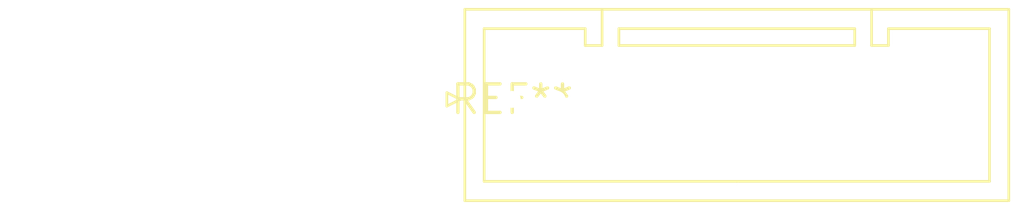
<source format=kicad_pcb>
(kicad_pcb (version 20240108) (generator pcbnew)
  (layers (0 "F.Cu" signal) (31 "B.Cu" signal) (34 "B.Paste" user) (35 "F.Paste" user) (36 "B.SilkS" user "B.Silkscreen") (37 "F.SilkS" user "F.Silkscreen") (38 "B.Mask" user) (39 "F.Mask" user) (44 "Edge.Cuts" user))
  (net 0 "")
  (footprint "JST_PUD_B22B-PUDSS_2x11_P2.00mm_Vertical" (layer "F.Cu") (at 0 0)
    (property "Reference" "REF**")
    (property "Value" "JST_PUD_B22B-PUDSS_2x11_P2.00mm_Vertical")
    (fp_line (start -2.91 -0.3) (end -2.31 0) (layer "F.SilkS") (stroke (width 0.12)))
    (fp_line (start -2.91 0.3) (end -2.91 -0.3) (layer "F.SilkS") (stroke (width 0.12)))
    (fp_line (start -2.31 0) (end -2.91 0.3) (layer "F.SilkS") (stroke (width 0.12)))
    (fp_line (start -2.11 -4.01) (end -2.11 4.51) (layer "F.SilkS") (stroke (width 0.12)))
    (fp_line (start -2.11 4.51) (end 22.11 4.51) (layer "F.SilkS") (stroke (width 0.12)))
    (fp_line (start -1.25 -3.15) (end -1.25 3.65) (layer "F.SilkS") (stroke (width 0.12)))
    (fp_line (start -1.25 3.65) (end 10 3.65) (layer "F.SilkS") (stroke (width 0.12)))
    (fp_line (start 3.25 -3.15) (end -1.25 -3.15) (layer "F.SilkS") (stroke (width 0.12)))
    (fp_line (start 3.25 -2.4) (end 3.25 -3.15) (layer "F.SilkS") (stroke (width 0.12)))
    (fp_line (start 4 -4.01) (end 4 -2.4) (layer "F.SilkS") (stroke (width 0.12)))
    (fp_line (start 4 -2.4) (end 3.25 -2.4) (layer "F.SilkS") (stroke (width 0.12)))
    (fp_line (start 4.75 -3.15) (end 4.75 -2.4) (layer "F.SilkS") (stroke (width 0.12)))
    (fp_line (start 4.75 -2.4) (end 15.25 -2.4) (layer "F.SilkS") (stroke (width 0.12)))
    (fp_line (start 15.25 -3.15) (end 4.75 -3.15) (layer "F.SilkS") (stroke (width 0.12)))
    (fp_line (start 15.25 -2.4) (end 15.25 -3.15) (layer "F.SilkS") (stroke (width 0.12)))
    (fp_line (start 16 -4.01) (end 16 -2.4) (layer "F.SilkS") (stroke (width 0.12)))
    (fp_line (start 16 -2.4) (end 16.75 -2.4) (layer "F.SilkS") (stroke (width 0.12)))
    (fp_line (start 16.75 -3.15) (end 21.25 -3.15) (layer "F.SilkS") (stroke (width 0.12)))
    (fp_line (start 16.75 -2.4) (end 16.75 -3.15) (layer "F.SilkS") (stroke (width 0.12)))
    (fp_line (start 21.25 -3.15) (end 21.25 3.65) (layer "F.SilkS") (stroke (width 0.12)))
    (fp_line (start 21.25 3.65) (end 10 3.65) (layer "F.SilkS") (stroke (width 0.12)))
    (fp_line (start 22.11 -4.01) (end -2.11 -4.01) (layer "F.SilkS") (stroke (width 0.12)))
    (fp_line (start 22.11 4.51) (end 22.11 -4.01) (layer "F.SilkS") (stroke (width 0.12)))
    (pad "1" thru_hole roundrect (at 0 0) (size 1.2 1.2) (drill 0.75) (layers *.Cu *.Mask) (remove_unused_layers) (roundrect_rratio 0.208333))
    (pad "2" thru_hole circle (at 0 2) (size 1.2 1.2) (drill 0.75) (layers *.Cu *.Mask) (remove_unused_layers))
    (pad "3" thru_hole circle (at 2 0) (size 1.2 1.2) (drill 0.75) (layers *.Cu *.Mask) (remove_unused_layers))
    (pad "4" thru_hole circle (at 2 2) (size 1.2 1.2) (drill 0.75) (layers *.Cu *.Mask) (remove_unused_layers))
    (pad "5" thru_hole circle (at 4 0) (size 1.2 1.2) (drill 0.75) (layers *.Cu *.Mask) (remove_unused_layers))
    (pad "6" thru_hole circle (at 4 2) (size 1.2 1.2) (drill 0.75) (layers *.Cu *.Mask) (remove_unused_layers))
    (pad "7" thru_hole circle (at 6 0) (size 1.2 1.2) (drill 0.75) (layers *.Cu *.Mask) (remove_unused_layers))
    (pad "8" thru_hole circle (at 6 2) (size 1.2 1.2) (drill 0.75) (layers *.Cu *.Mask) (remove_unused_layers))
    (pad "9" thru_hole circle (at 8 0) (size 1.2 1.2) (drill 0.75) (layers *.Cu *.Mask) (remove_unused_layers))
    (pad "10" thru_hole circle (at 8 2) (size 1.2 1.2) (drill 0.75) (layers *.Cu *.Mask) (remove_unused_layers))
    (pad "11" thru_hole circle (at 10 0) (size 1.2 1.2) (drill 0.75) (layers *.Cu *.Mask) (remove_unused_layers))
    (pad "12" thru_hole circle (at 10 2) (size 1.2 1.2) (drill 0.75) (layers *.Cu *.Mask) (remove_unused_layers))
    (pad "13" thru_hole circle (at 12 0) (size 1.2 1.2) (drill 0.75) (layers *.Cu *.Mask) (remove_unused_layers))
    (pad "14" thru_hole circle (at 12 2) (size 1.2 1.2) (drill 0.75) (layers *.Cu *.Mask) (remove_unused_layers))
    (pad "15" thru_hole circle (at 14 0) (size 1.2 1.2) (drill 0.75) (layers *.Cu *.Mask) (remove_unused_layers))
    (pad "16" thru_hole circle (at 14 2) (size 1.2 1.2) (drill 0.75) (layers *.Cu *.Mask) (remove_unused_layers))
    (pad "17" thru_hole circle (at 16 0) (size 1.2 1.2) (drill 0.75) (layers *.Cu *.Mask) (remove_unused_layers))
    (pad "18" thru_hole circle (at 16 2) (size 1.2 1.2) (drill 0.75) (layers *.Cu *.Mask) (remove_unused_layers))
    (pad "19" thru_hole circle (at 18 0) (size 1.2 1.2) (drill 0.75) (layers *.Cu *.Mask) (remove_unused_layers))
    (pad "20" thru_hole circle (at 18 2) (size 1.2 1.2) (drill 0.75) (layers *.Cu *.Mask) (remove_unused_layers))
    (pad "21" thru_hole circle (at 20 0) (size 1.2 1.2) (drill 0.75) (layers *.Cu *.Mask) (remove_unused_layers))
    (pad "22" thru_hole circle (at 20 2) (size 1.2 1.2) (drill 0.75) (layers *.Cu *.Mask) (remove_unused_layers))
  )
)
</source>
